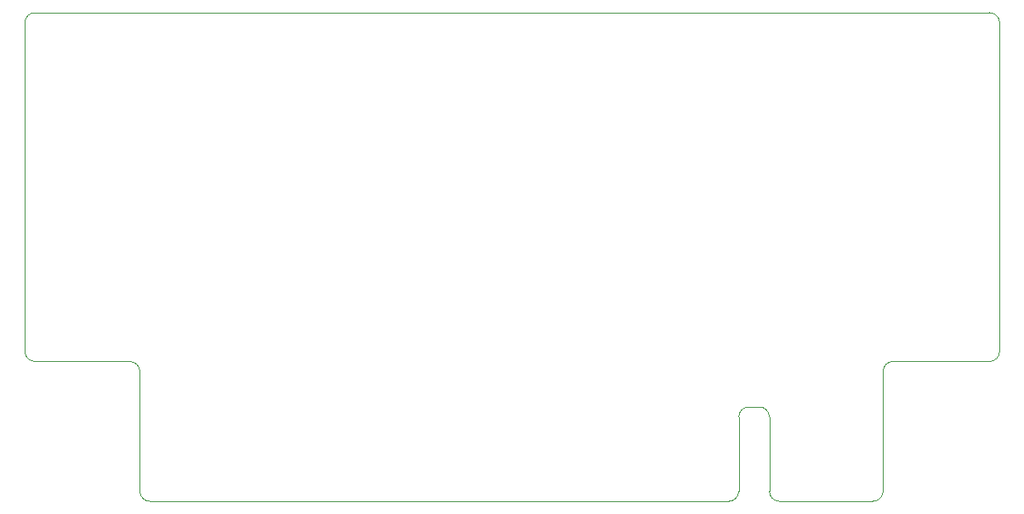
<source format=gbr>
%TF.GenerationSoftware,KiCad,Pcbnew,7.0.1*%
%TF.CreationDate,2024-02-04T01:39:41+03:00*%
%TF.ProjectId,DeltaS48k-convertor,44656c74-6153-4343-986b-2d636f6e7665,rev?*%
%TF.SameCoordinates,Original*%
%TF.FileFunction,Profile,NP*%
%FSLAX46Y46*%
G04 Gerber Fmt 4.6, Leading zero omitted, Abs format (unit mm)*
G04 Created by KiCad (PCBNEW 7.0.1) date 2024-02-04 01:39:41*
%MOMM*%
%LPD*%
G01*
G04 APERTURE LIST*
%TA.AperFunction,Profile*%
%ADD10C,0.100000*%
%TD*%
G04 APERTURE END LIST*
D10*
X175447980Y-36002020D02*
G75*
G03*
X174448020Y-35002020I-999980J20D01*
G01*
X79420020Y-35002020D02*
G75*
G03*
X78420020Y-36002020I-20J-999980D01*
G01*
X78419990Y-68761510D02*
G75*
G03*
X79420020Y-69761510I1000010J10D01*
G01*
X174448020Y-69761520D02*
G75*
G03*
X175448020Y-68761510I-20J1000020D01*
G01*
X89862990Y-70761510D02*
G75*
G03*
X88863000Y-69761510I-999990J10D01*
G01*
X162851000Y-83693000D02*
G75*
G03*
X163851000Y-82693000I0J1000000D01*
G01*
X164851000Y-69761500D02*
G75*
G03*
X163851000Y-70761510I0J-1000000D01*
G01*
X148479000Y-83693000D02*
G75*
G03*
X149479000Y-82693000I0J1000000D01*
G01*
X89863000Y-82693000D02*
G75*
G03*
X90863000Y-83693000I1000000J0D01*
G01*
X150479000Y-74295000D02*
G75*
G03*
X149479000Y-75295000I0J-1000000D01*
G01*
X152527000Y-82693000D02*
G75*
G03*
X153527000Y-83693000I1000000J0D01*
G01*
X152527000Y-75295000D02*
G75*
G03*
X151527000Y-74295000I-1000000J0D01*
G01*
X89863000Y-82693000D02*
X89863000Y-70761510D01*
X163851000Y-82693000D02*
X163851000Y-70761510D01*
X174448020Y-35002020D02*
X79420020Y-35002020D01*
X78420020Y-36002020D02*
X78420020Y-68761510D01*
X153527000Y-83693000D02*
X162851000Y-83693000D01*
X79420020Y-69761510D02*
X88863000Y-69761510D01*
X149479000Y-82693000D02*
X149479000Y-75295000D01*
X152527000Y-75295000D02*
X152527000Y-82693000D01*
X164851000Y-69761510D02*
X174448020Y-69761510D01*
X175448020Y-68761510D02*
X175448020Y-36002020D01*
X90863000Y-83693000D02*
X148479000Y-83693000D01*
X150479000Y-74295000D02*
X151527000Y-74295000D01*
M02*

</source>
